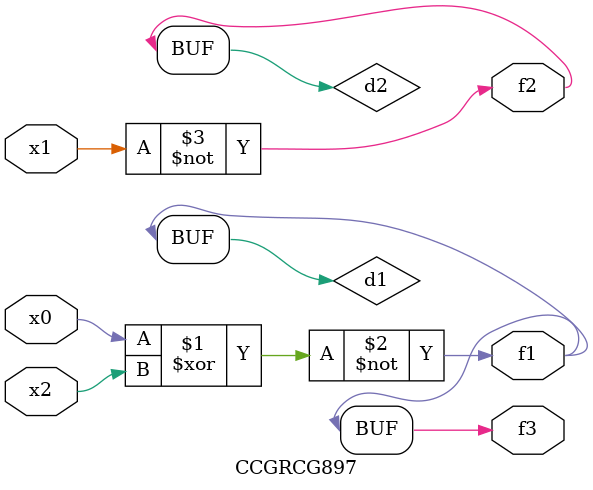
<source format=v>
module CCGRCG897(
	input x0, x1, x2,
	output f1, f2, f3
);

	wire d1, d2, d3;

	xnor (d1, x0, x2);
	nand (d2, x1);
	nor (d3, x1, x2);
	assign f1 = d1;
	assign f2 = d2;
	assign f3 = d1;
endmodule

</source>
